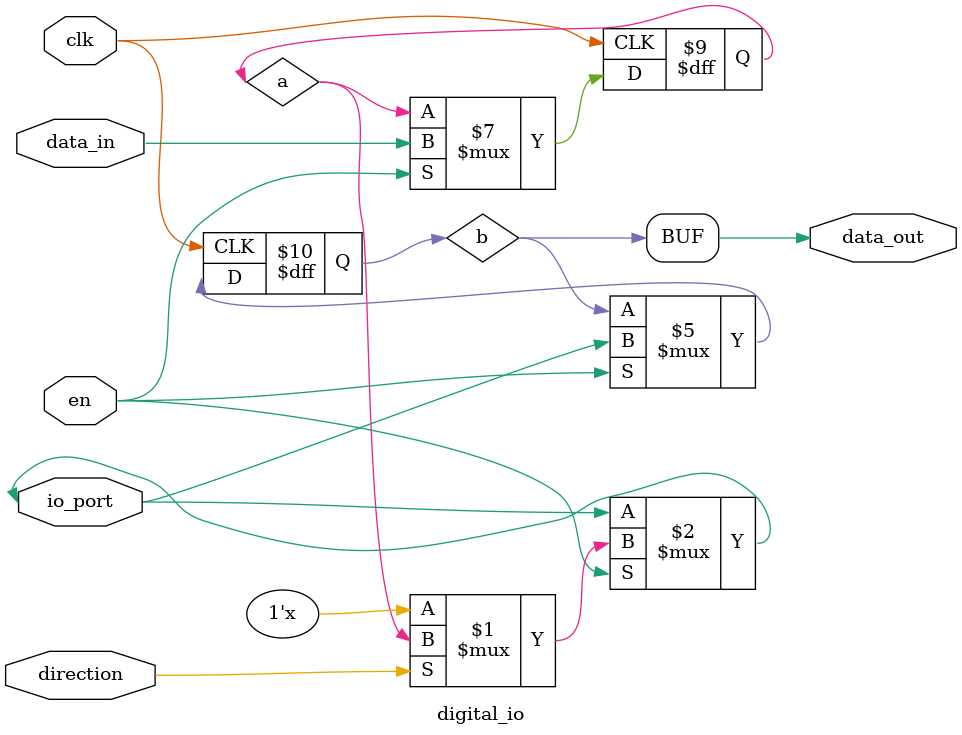
<source format=v>
module digital_io(clk, en, direction, data_in, data_out, io_port);


    input   clk;        // The standard clock    
    input   en;         // Enable signal
    input   direction;  // Direction of io, 1 = set output, 0 = read input
    input   data_in;    // Data to send out when direction is 1
    output  data_out;   // Result of input pin when direction is 0
    inout   io_port;     // The i/o port to send data through

    reg a, b;    

    assign io_port  = en ? (direction ? a : 1'bz) : io_port;
    assign data_out = b;

    initial begin
        a = 1'dz;
        b = 1'dz;
    end

    always @ (posedge clk)
    begin
        if(en) begin
            b <= io_port;
            a <= data_in;
        end
    end
endmodule
</source>
